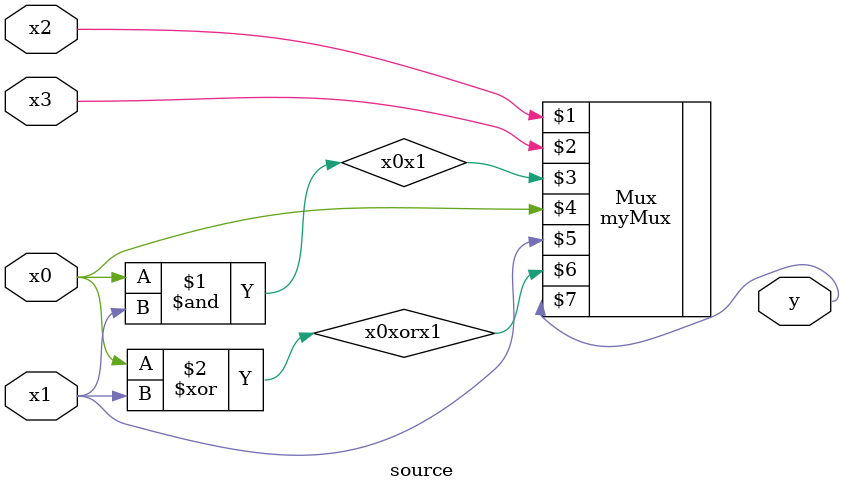
<source format=v>
`timescale 1ns / 1ns
module source(y, x3, x2, x1, x0);

input x3,x2,x1,x0;
output y;
wire x0x1, x0xorx1;


and(x0x1, x0, x1);
xor(x0xorx1, x0, x1);

myMux Mux  (x2, x3, x0x1, x0, x1, x0xorx1, y);

endmodule
</source>
